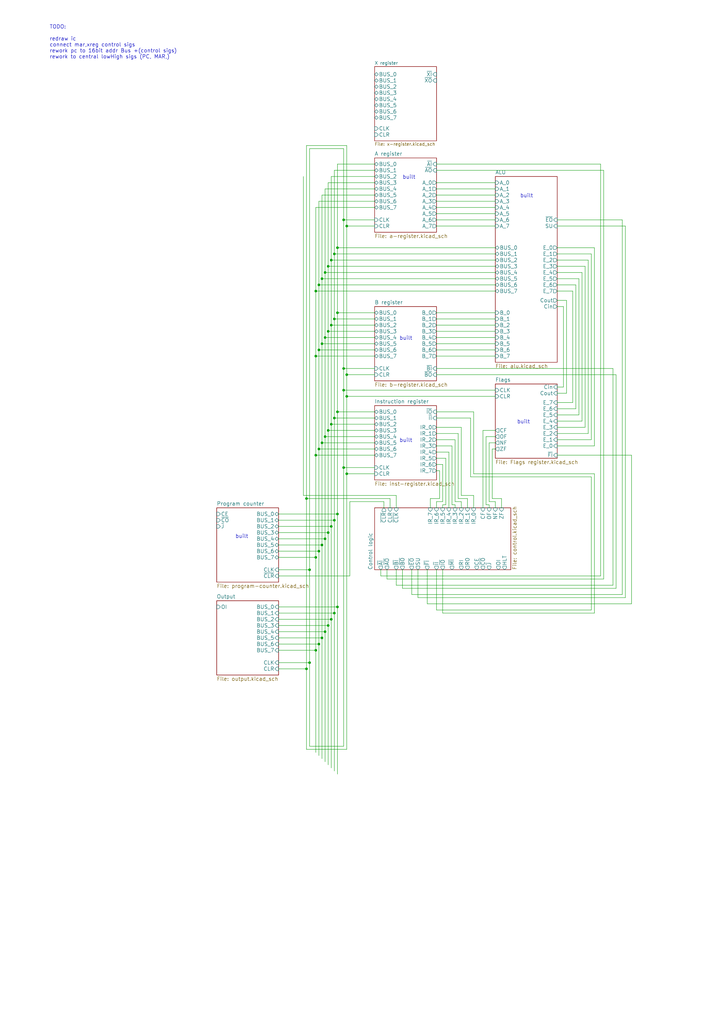
<source format=kicad_sch>
(kicad_sch (version 20211123) (generator eeschema)
  (paper "A3" portrait)
  (lib_symbols
    (symbol "8bit-computer-rescue:CP1-Device" (pin_numbers hide) (pin_names (offset 0.254) hide)
      (property "Reference" "C" (at 0.635 2.54 0))
      (property "Value" "CP1-Device" (at 0.635 -2.54 0))
      (symbol "CP1-Device_0_1"
        (polyline (pts (xy -2.032 0.762) (xy 2.032 0.762)) (stroke (width 0.508)))
        (polyline (pts (xy -1.778 2.286) (xy -0.762 2.286)))
        (polyline (pts (xy -1.27 1.778) (xy -1.27 2.794)))
        (arc (start 2.032 -1.27) (mid 0 -0.5572) (end -2.032 -1.27) (stroke (width 0.508)))
      )
      (symbol "CP1-Device_1_1"
        (pin passive line (at 0 3.81 270) (length 2.794) (name "~") (number "1"))
        (pin passive line (at 0 -3.81 90) (length 3.302) (name "~") (number "2"))
      )
    )
    (symbol "Connector:USB_A" (pin_names (offset 1.016))
      (property "Reference" "J" (at -5.08 11.43 0))
      (property "Value" "USB_A" (at -5.08 8.89 0))
      (symbol "USB_A_0_1"
        (rectangle (start -5.08 -7.62) (end 5.08 7.62) (stroke (width 0.254)) (fill (type background)))
        (circle (center -3.81 2.159) (radius 0.635) (stroke (width 0.254)) (fill (type outline)))
        (rectangle (start -1.524 4.826) (end -4.318 5.334) (fill (type outline)))
        (rectangle (start -1.27 4.572) (end -4.572 5.842))
        (circle (center -0.635 3.429) (radius 0.381) (stroke (width 0.254)) (fill (type outline)))
        (rectangle (start -0.127 -7.62) (end 0.127 -6.858))
        (polyline (pts (xy -3.175 2.159) (xy -2.54 2.159) (xy -1.27 3.429) (xy -0.635 3.429)) (stroke (width 0.254)))
        (polyline (pts (xy -2.54 2.159) (xy -1.905 2.159) (xy -1.27 0.889) (xy 0 0.889)) (stroke (width 0.254)))
        (polyline (pts (xy 0.635 2.794) (xy 0.635 1.524) (xy 1.905 2.159) (xy 0.635 2.794)) (stroke (width 0.254)) (fill (type outline)))
        (rectangle (start 0.254 1.27) (end -0.508 0.508) (stroke (width 0.254)) (fill (type outline)))
        (rectangle (start 5.08 -2.667) (end 4.318 -2.413))
        (rectangle (start 5.08 -0.127) (end 4.318 0.127))
        (rectangle (start 5.08 4.953) (end 4.318 5.207))
      )
      (symbol "USB_A_1_1"
        (polyline (pts (xy -1.905 2.159) (xy 0.635 2.159)) (stroke (width 0.254)))
        (pin power_in line (at 7.62 5.08 180) (length 2.54) (name "VBUS") (number "1"))
        (pin bidirectional line (at 7.62 -2.54 180) (length 2.54) (name "D-") (number "2"))
        (pin bidirectional line (at 7.62 0 180) (length 2.54) (name "D+") (number "3"))
        (pin power_in line (at 0 -10.16 90) (length 2.54) (name "GND") (number "4"))
        (pin passive line (at -2.54 -10.16 90) (length 2.54) (name "Shield") (number "5"))
      )
    )
    (symbol "power:GND" (power) (pin_names (offset 0))
      (property "Value" "GND" (at 0 -3.81 0))
      (symbol "GND_0_1"
        (polyline (pts (xy 0 0) (xy 0 -1.27) (xy 1.27 -1.27) (xy 0 -2.54) (xy -1.27 -1.27) (xy 0 -1.27)))
      )
      (symbol "GND_1_1"
        (pin power_in line (at 0 0 270) (length 0) hide (name "GND") (number "1"))
      )
    )
    (symbol "power:VCC" (power) (pin_names (offset 0))
      (property "Value" "VCC" (at 0 3.81 0))
      (symbol "VCC_0_1"
        (polyline (pts (xy -0.762 1.27) (xy 0 2.54)))
        (polyline (pts (xy 0 0) (xy 0 2.54)))
        (polyline (pts (xy 0 2.54) (xy 0.762 1.27)))
      )
      (symbol "VCC_1_1"
        (pin power_in line (at 0 0 90) (length 0) hide (name "VCC") (number "1"))
      )
    )
  )
  (junction (at 133.35 220.98))
  (junction (at 132.08 223.52))
  (junction (at 138.43 210.82))
  (junction (at 140.97 191.77))
  (junction (at 135.89 133.35))
  (junction (at 125.73 274.32))
  (junction (at 140.97 151.13))
  (junction (at 127 233.68))
  (junction (at 137.16 104.14))
  (junction (at 134.62 256.54))
  (junction (at 137.16 251.46))
  (junction (at 129.54 146.05))
  (junction (at 142.24 162.56))
  (junction (at 133.35 179.07))
  (junction (at 125.73 204.47))
  (junction (at 129.54 186.69))
  (junction (at 41.275 -46.99))
  (junction (at 135.89 106.68))
  (junction (at 130.81 264.16))
  (junction (at 138.43 128.27))
  (junction (at 129.54 228.6))
  (junction (at 142.24 92.71))
  (junction (at 134.62 135.89))
  (junction (at 134.62 218.44))
  (junction (at 135.89 215.9))
  (junction (at 132.08 140.97))
  (junction (at 129.54 266.7))
  (junction (at 130.81 226.06))
  (junction (at 137.16 130.81))
  (junction (at 138.43 101.6))
  (junction (at 133.35 138.43))
  (junction (at 134.62 109.22))
  (junction (at 135.89 173.99))
  (junction (at 137.16 171.45))
  (junction (at 134.62 176.53))
  (junction (at 127 271.78))
  (junction (at 132.08 261.62))
  (junction (at 56.515 -67.31))
  (junction (at 132.08 181.61))
  (junction (at 142.24 194.31))
  (junction (at 133.35 259.08))
  (junction (at 130.81 143.51))
  (junction (at 130.81 184.15))
  (junction (at 140.97 160.02))
  (junction (at 137.16 213.36))
  (junction (at 138.43 168.91))
  (junction (at 129.54 119.38))
  (junction (at 130.81 116.84))
  (junction (at 140.97 90.17))
  (junction (at 138.43 248.92))
  (junction (at 133.35 111.76))
  (junction (at 132.08 114.3))
  (junction (at 142.24 153.67))
  (junction (at 135.89 254))
  (no_connect (at 48.895 -59.69))
  (no_connect (at 48.895 -62.23))
  (wire (pts (xy 133.35 111.76) (xy 133.35 138.43)))
  (wire (pts (xy -60.325 88.9) (xy -42.545 88.9)))
  (wire (pts (xy 125.73 59.69) (xy 125.73 204.47)))
  (wire (pts (xy 179.07 130.81) (xy 203.2 130.81)))
  (wire (pts (xy 199.39 179.07) (xy 203.2 179.07)))
  (wire (pts (xy -60.325 138.43) (xy -36.195 138.43)))
  (wire (pts (xy 228.6 106.68) (xy 241.3 106.68)))
  (wire (pts (xy 143.51 236.22) (xy 114.3 236.22)))
  (wire (pts (xy -60.325 151.13) (xy -42.545 151.13)))
  (wire (pts (xy 132.08 140.97) (xy 153.67 140.97)))
  (wire (pts (xy 179.07 177.8) (xy 187.96 177.8)))
  (wire (pts (xy 157.48 208.28) (xy 157.48 205.74)))
  (wire (pts (xy 140.97 90.17) (xy 153.67 90.17)))
  (wire (pts (xy 114.3 248.92) (xy 138.43 248.92)))
  (wire (pts (xy 179.07 193.04) (xy 180.34 193.04)))
  (wire (pts (xy 140.97 160.02) (xy 203.2 160.02)))
  (wire (pts (xy 228.6 158.75) (xy 231.14 158.75)))
  (wire (pts (xy 56.515 -46.99) (xy 56.515 -49.53)))
  (wire (pts (xy 179.07 90.17) (xy 203.2 90.17)))
  (wire (pts (xy 241.3 106.68) (xy 241.3 177.8)))
  (wire (pts (xy -60.325 78.74) (xy -37.465 78.74)))
  (wire (pts (xy 179.07 146.05) (xy 203.2 146.05)))
  (wire (pts (xy 137.16 130.81) (xy 137.16 171.45)))
  (wire (pts (xy -99.695 81.915) (xy -99.695 133.35)))
  (wire (pts (xy 205.74 208.28) (xy 205.74 204.47)))
  (wire (pts (xy 158.75 237.49) (xy 247.65 237.49)))
  (wire (pts (xy 176.53 208.28) (xy 176.53 204.47)))
  (wire (pts (xy 127 306.07) (xy 140.97 306.07)))
  (wire (pts (xy 138.43 101.6) (xy 138.43 128.27)))
  (wire (pts (xy 114.3 261.62) (xy 132.08 261.62)))
  (wire (pts (xy 162.56 208.28) (xy 162.56 203.2)))
  (wire (pts (xy -114.935 156.21) (xy -114.935 104.775)))
  (wire (pts (xy 228.6 182.88) (xy 243.84 182.88)))
  (wire (pts (xy 138.43 67.31) (xy 138.43 101.6)))
  (wire (pts (xy 162.56 233.68) (xy 162.56 240.03)))
  (wire (pts (xy -85.725 140.97) (xy -104.775 140.97)))
  (wire (pts (xy 129.54 186.69) (xy 153.67 186.69)))
  (wire (pts (xy 185.42 182.88) (xy 185.42 207.01)))
  (wire (pts (xy 181.61 208.28) (xy 181.61 207.01)))
  (wire (pts (xy 153.67 85.09) (xy 129.54 85.09)))
  (wire (pts (xy 179.07 140.97) (xy 203.2 140.97)))
  (wire (pts (xy 129.54 186.69) (xy 129.54 228.6)))
  (wire (pts (xy 132.08 223.52) (xy 132.08 261.62)))
  (wire (pts (xy 242.57 250.19) (xy 242.57 195.58)))
  (wire (pts (xy -97.155 129.54) (xy -85.725 129.54)))
  (wire (pts (xy 114.3 251.46) (xy 137.16 251.46)))
  (wire (pts (xy 171.45 245.11) (xy 171.45 233.68)))
  (wire (pts (xy 228.6 119.38) (xy 234.95 119.38)))
  (wire (pts (xy 140.97 60.96) (xy 127 60.96)))
  (wire (pts (xy 138.43 67.31) (xy 153.67 67.31)))
  (wire (pts (xy 240.03 109.22) (xy 228.6 109.22)))
  (wire (pts (xy 130.81 82.55) (xy 130.81 116.84)))
  (wire (pts (xy 228.6 101.6) (xy 243.84 101.6)))
  (wire (pts (xy 137.16 130.81) (xy 153.67 130.81)))
  (wire (pts (xy 132.08 181.61) (xy 132.08 223.52)))
  (wire (pts (xy 138.43 128.27) (xy 153.67 128.27)))
  (wire (pts (xy 134.62 135.89) (xy 134.62 176.53)))
  (wire (pts (xy 134.62 135.89) (xy 153.67 135.89)))
  (wire (pts (xy 125.73 204.47) (xy 125.73 274.32)))
  (wire (pts (xy 135.89 72.39) (xy 135.89 106.68)))
  (wire (pts (xy 138.43 168.91) (xy 138.43 210.82)))
  (wire (pts (xy -85.725 99.06) (xy -111.125 99.06)))
  (wire (pts (xy 140.97 60.96) (xy 140.97 90.17)))
  (wire (pts (xy 231.14 158.75) (xy 231.14 125.73)))
  (wire (pts (xy 186.69 207.01) (xy 185.42 207.01)))
  (wire (pts (xy 133.35 138.43) (xy 133.35 179.07)))
  (wire (pts (xy -85.725 78.105) (xy -97.155 78.105)))
  (wire (pts (xy 179.07 233.68) (xy 179.07 250.19)))
  (wire (pts (xy 259.08 247.65) (xy 259.08 186.69)))
  (wire (pts (xy 142.24 162.56) (xy 203.2 162.56)))
  (wire (pts (xy -60.325 143.51) (xy -38.735 143.51)))
  (wire (pts (xy 238.76 172.72) (xy 228.6 172.72)))
  (wire (pts (xy 179.07 87.63) (xy 203.2 87.63)))
  (wire (pts (xy 132.08 181.61) (xy 153.67 181.61)))
  (wire (pts (xy 142.24 194.31) (xy 153.67 194.31)))
  (wire (pts (xy 129.54 266.7) (xy 129.54 308.61)))
  (wire (pts (xy 255.27 243.84) (xy 255.27 90.17)))
  (wire (pts (xy 133.35 220.98) (xy 133.35 259.08)))
  (wire (pts (xy 256.54 92.71) (xy 256.54 245.11)))
  (wire (pts (xy -95.885 76.2) (xy -85.725 76.2)))
  (wire (pts (xy 242.57 104.14) (xy 228.6 104.14)))
  (wire (pts (xy 203.2 205.74) (xy 203.2 208.28)))
  (wire (pts (xy 114.3 220.98) (xy 133.35 220.98)))
  (wire (pts (xy 132.08 80.01) (xy 132.08 114.3)))
  (wire (pts (xy 205.74 204.47) (xy 201.93 204.47)))
  (wire (pts (xy 203.2 138.43) (xy 179.07 138.43)))
  (wire (pts (xy 124.46 72.39) (xy 124.46 203.2)))
  (wire (pts (xy 134.62 176.53) (xy 134.62 218.44)))
  (wire (pts (xy 181.61 205.74) (xy 179.07 205.74)))
  (wire (pts (xy 228.6 170.18) (xy 237.49 170.18)))
  (wire (pts (xy 125.73 59.69) (xy 142.24 59.69)))
  (wire (pts (xy 181.61 207.01) (xy 182.88 207.01)))
  (wire (pts (xy 130.81 184.15) (xy 130.81 226.06)))
  (wire (pts (xy 140.97 151.13) (xy 140.97 160.02)))
  (wire (pts (xy -112.395 100.965) (xy -85.725 100.965)))
  (wire (pts (xy 243.84 251.46) (xy 181.61 251.46)))
  (wire (pts (xy -108.585 95.25) (xy -108.585 146.685)))
  (wire (pts (xy -104.775 140.97) (xy -104.775 89.535)))
  (wire (pts (xy -85.725 95.25) (xy -108.585 95.25)))
  (wire (pts (xy 201.93 204.47) (xy 201.93 184.15)))
  (wire (pts (xy 41.275 -52.07) (xy 41.275 -46.99)))
  (wire (pts (xy 129.54 146.05) (xy 129.54 186.69)))
  (wire (pts (xy -102.235 137.16) (xy -85.725 137.16)))
  (wire (pts (xy 193.04 195.58) (xy 242.57 195.58)))
  (wire (pts (xy -97.155 78.105) (xy -97.155 129.54)))
  (wire (pts (xy 140.97 191.77) (xy 140.97 306.07)))
  (wire (pts (xy 137.16 171.45) (xy 137.16 213.36)))
  (wire (pts (xy 114.3 215.9) (xy 135.89 215.9)))
  (wire (pts (xy 129.54 85.09) (xy 129.54 119.38)))
  (wire (pts (xy 179.07 205.74) (xy 179.07 208.28)))
  (wire (pts (xy 133.35 111.76) (xy 203.2 111.76)))
  (wire (pts (xy 179.07 175.26) (xy 189.23 175.26)))
  (wire (pts (xy 203.2 143.51) (xy 179.07 143.51)))
  (wire (pts (xy 140.97 160.02) (xy 140.97 191.77)))
  (wire (pts (xy 246.38 236.22) (xy 246.38 67.31)))
  (wire (pts (xy -60.325 76.2) (xy -36.195 76.2)))
  (wire (pts (xy -60.325 102.87) (xy -48.895 102.87)))
  (wire (pts (xy 241.3 177.8) (xy 228.6 177.8)))
  (wire (pts (xy 133.35 77.47) (xy 133.35 111.76)))
  (wire (pts (xy 246.38 67.31) (xy 179.07 67.31)))
  (wire (pts (xy 135.89 106.68) (xy 203.2 106.68)))
  (wire (pts (xy 181.61 190.5) (xy 181.61 205.74)))
  (wire (pts (xy 193.04 171.45) (xy 193.04 195.58)))
  (wire (pts (xy 181.61 251.46) (xy 181.61 233.68)))
  (wire (pts (xy 142.24 194.31) (xy 142.24 307.34)))
  (wire (pts (xy 160.02 208.28) (xy 160.02 204.47)))
  (wire (pts (xy -100.965 135.255) (xy -100.965 83.82)))
  (wire (pts (xy -111.125 99.06) (xy -111.125 150.495)))
  (wire (pts (xy 132.08 114.3) (xy 203.2 114.3)))
  (wire (pts (xy 228.6 180.34) (xy 242.57 180.34)))
  (wire (pts (xy 41.275 -46.99) (xy 56.515 -46.99)))
  (wire (pts (xy 132.08 261.62) (xy 132.08 311.15)))
  (wire (pts (xy 138.43 128.27) (xy 138.43 168.91)))
  (wire (pts (xy 138.43 168.91) (xy 153.67 168.91)))
  (wire (pts (xy 142.24 92.71) (xy 142.24 153.67)))
  (wire (pts (xy 157.48 205.74) (xy 143.51 205.74)))
  (wire (pts (xy 114.3 264.16) (xy 130.81 264.16)))
  (wire (pts (xy 114.3 254) (xy 135.89 254)))
  (wire (pts (xy -60.325 148.59) (xy -41.275 148.59)))
  (wire (pts (xy 200.66 207.01) (xy 199.39 207.01)))
  (wire (pts (xy 168.91 233.68) (xy 168.91 243.84)))
  (wire (pts (xy 186.69 205.74) (xy 189.23 205.74)))
  (wire (pts (xy 130.81 264.16) (xy 130.81 309.88)))
  (wire (pts (xy 237.49 170.18) (xy 237.49 114.3)))
  (wire (pts (xy 134.62 74.93) (xy 134.62 109.22)))
  (wire (pts (xy 138.43 101.6) (xy 203.2 101.6)))
  (wire (pts (xy 129.54 119.38) (xy 129.54 146.05)))
  (wire (pts (xy 142.24 153.67) (xy 142.24 162.56)))
  (wire (pts (xy 179.07 180.34) (xy 186.69 180.34)))
  (wire (pts (xy 142.24 59.69) (xy 142.24 92.71)))
  (wire (pts (xy 114.3 223.52) (xy 132.08 223.52)))
  (wire (pts (xy 135.89 133.35) (xy 135.89 173.99)))
  (wire (pts (xy 142.24 153.67) (xy 153.67 153.67)))
  (wire (pts (xy 189.23 203.2) (xy 194.31 203.2)))
  (wire (pts (xy 135.89 133.35) (xy 153.67 133.35)))
  (wire (pts (xy 189.23 175.26) (xy 189.23 203.2)))
  (wire (pts (xy 137.16 69.85) (xy 137.16 104.14)))
  (wire (pts (xy 130.81 116.84) (xy 203.2 116.84)))
  (wire (pts (xy 179.07 133.35) (xy 203.2 133.35)))
  (wire (pts (xy 114.3 228.6) (xy 129.54 228.6)))
  (wire (pts (xy 182.88 187.96) (xy 182.88 207.01)))
  (wire (pts (xy 179.07 92.71) (xy 203.2 92.71)))
  (wire (pts (xy 162.56 203.2) (xy 124.46 203.2)))
  (wire (pts (xy 56.515 -67.31) (xy 56.515 -57.15)))
  (wire (pts (xy 179.07 85.09) (xy 203.2 85.09)))
  (wire (pts (xy 130.81 143.51) (xy 153.67 143.51)))
  (wire (pts (xy -85.725 156.21) (xy -114.935 156.21)))
  (wire (pts (xy 228.6 116.84) (xy 236.22 116.84)))
  (wire (pts (xy 134.62 256.54) (xy 134.62 313.69)))
  (wire (pts (xy 130.81 226.06) (xy 114.3 226.06)))
  (wire (pts (xy 130.81 184.15) (xy 153.67 184.15)))
  (wire (pts (xy -102.235 85.725) (xy -85.725 85.725)))
  (wire (pts (xy 127 233.68) (xy 127 271.78)))
  (wire (pts (xy 186.69 208.28) (xy 186.69 207.01)))
  (wire (pts (xy 140.97 151.13) (xy 153.67 151.13)))
  (wire (pts (xy -60.325 93.98) (xy -45.085 93.98)))
  (wire (pts (xy -99.695 133.35) (xy -85.725 133.35)))
  (wire (pts (xy 247.65 237.49) (xy 247.65 69.85)))
  (wire (pts (xy 165.1 241.3) (xy 252.73 241.3)))
  (wire (pts (xy -85.725 131.445) (xy -98.425 131.445)))
  (wire (pts (xy -60.325 100.33) (xy -47.625 100.33)))
  (wire (pts (xy 232.41 123.19) (xy 232.41 161.29)))
  (wire (pts (xy -85.725 91.44) (xy -106.045 91.44)))
  (wire (pts (xy 127 271.78) (xy 127 306.07)))
  (wire (pts (xy 137.16 171.45) (xy 153.67 171.45)))
  (wire (pts (xy 142.24 162.56) (xy 142.24 194.31)))
  (wire (pts (xy 140.97 90.17) (xy 140.97 151.13)))
  (wire (pts (xy -60.325 140.97) (xy -37.465 140.97)))
  (wire (pts (xy 134.62 218.44) (xy 134.62 256.54)))
  (wire (pts (xy 135.89 254) (xy 135.89 314.96)))
  (wire (pts (xy 176.53 204.47) (xy 180.34 204.47)))
  (wire (pts (xy -95.885 127.635) (xy -95.885 76.2)))
  (wire (pts (xy 179.07 128.27) (xy 203.2 128.27)))
  (wire (pts (xy -112.395 152.4) (xy -112.395 100.965)))
  (wire (pts (xy 228.6 161.29) (xy 232.41 161.29)))
  (wire (pts (xy -114.935 104.775) (xy -85.725 104.775)))
  (wire (pts (xy 137.16 213.36) (xy 114.3 213.36)))
  (wire (pts (xy 228.6 175.26) (xy 240.03 175.26)))
  (wire (pts (xy -98.425 131.445) (xy -98.425 80.01)))
  (wire (pts (xy -85.725 152.4) (xy -112.395 152.4)))
  (wire (pts (xy 243.84 194.31) (xy 243.84 251.46)))
  (wire (pts (xy 125.73 307.34) (xy 142.24 307.34)))
  (wire (pts (xy -103.505 139.065) (xy -85.725 139.065)))
  (wire (pts (xy 243.84 194.31) (xy 194.31 194.31)))
  (wire (pts (xy 179.07 171.45) (xy 193.04 171.45)))
  (wire (pts (xy 133.35 138.43) (xy 153.67 138.43)))
  (wire (pts (xy 198.12 208.28) (xy 198.12 176.53)))
  (wire (pts (xy 142.24 92.71) (xy 153.67 92.71)))
  (wire (pts (xy 179.07 187.96) (xy 182.88 187.96)))
  (wire (pts (xy 156.21 236.22) (xy 246.38 236.22)))
  (wire (pts (xy 114.3 266.7) (xy 129.54 266.7)))
  (wire (pts (xy 251.46 151.13) (xy 251.46 240.03)))
  (wire (pts (xy 179.07 153.67) (xy 252.73 153.67)))
  (wire (pts (xy -106.045 142.875) (xy -85.725 142.875)))
  (wire (pts (xy 200.66 208.28) (xy 200.66 207.01)))
  (wire (pts (xy 243.84 101.6) (xy 243.84 182.88)))
  (wire (pts (xy 237.49 114.3) (xy 228.6 114.3)))
  (wire (pts (xy 179.07 135.89) (xy 203.2 135.89)))
  (wire (pts (xy 200.66 205.74) (xy 203.2 205.74)))
  (wire (pts (xy -85.725 102.87) (xy -113.665 102.87)))
  (wire (pts (xy -60.325 153.67) (xy -43.815 153.67)))
  (wire (pts (xy -103.505 87.63) (xy -103.505 139.065)))
  (wire (pts (xy 134.62 109.22) (xy 134.62 135.89)))
  (wire (pts (xy -106.045 91.44) (xy -106.045 142.875)))
  (wire (pts (xy 236.22 167.64) (xy 236.22 116.84)))
  (wire (pts (xy 259.08 186.69) (xy 228.6 186.69)))
  (wire (pts (xy 143.51 205.74) (xy 143.51 236.22)))
  (wire (pts (xy 130.81 143.51) (xy 130.81 184.15)))
  (wire (pts (xy 153.67 80.01) (xy 132.08 80.01)))
  (wire (pts (xy 179.07 151.13) (xy 251.46 151.13)))
  (wire (pts (xy -102.235 137.16) (xy -102.235 85.725)))
  (wire (pts (xy -107.315 93.345) (xy -85.725 93.345)))
  (wire (pts (xy 162.56 240.03) (xy 251.46 240.03)))
  (wire (pts (xy 198.12 176.53) (xy 203.2 176.53)))
  (wire (pts (xy 135.89 173.99) (xy 153.67 173.99)))
  (wire (pts (xy 191.77 204.47) (xy 187.96 204.47)))
  (wire (pts (xy 135.89 106.68) (xy 135.89 133.35)))
  (wire (pts (xy 179.07 82.55) (xy 203.2 82.55)))
  (wire (pts (xy 38.735 -46.99) (xy 38.735 -52.07)))
  (wire (pts (xy 199.39 207.01) (xy 199.39 179.07)))
  (wire (pts (xy -113.665 154.305) (xy -85.725 154.305)))
  (wire (pts (xy 179.07 168.91) (xy 194.31 168.91)))
  (wire (pts (xy 179.07 250.19) (xy 242.57 250.19)))
  (wire (pts (xy 133.35 179.07) (xy 153.67 179.07)))
  (wire (pts (xy 153.67 82.55) (xy 130.81 82.55)))
  (wire (pts (xy 179.07 74.93) (xy 203.2 74.93)))
  (wire (pts (xy 129.54 146.05) (xy 153.67 146.05)))
  (wire (pts (xy 168.91 243.84) (xy 255.27 243.84)))
  (wire (pts (xy 133.35 259.08) (xy 133.35 312.42)))
  (wire (pts (xy 38.735 -46.99) (xy 41.275 -46.99)))
  (wire (pts (xy 127 60.96) (xy 127 233.68)))
  (wire (pts (xy 130.81 226.06) (xy 130.81 264.16)))
  (wire (pts (xy 134.62 109.22) (xy 203.2 109.22)))
  (wire (pts (xy 156.21 233.68) (xy 156.21 236.22)))
  (wire (pts (xy 129.54 119.38) (xy 203.2 119.38)))
  (wire (pts (xy 114.3 271.78) (xy 127 271.78)))
  (wire (pts (xy 240.03 175.26) (xy 240.03 109.22)))
  (wire (pts (xy 114.3 256.54) (xy 134.62 256.54)))
  (wire (pts (xy 114.3 233.68) (xy 127 233.68)))
  (wire (pts (xy 194.31 203.2) (xy 194.31 208.28)))
  (wire (pts (xy -60.325 81.28) (xy -38.735 81.28)))
  (wire (pts (xy 252.73 241.3) (xy 252.73 153.67)))
  (wire (pts (xy 130.81 116.84) (xy 130.81 143.51)))
  (wire (pts (xy 256.54 245.11) (xy 171.45 245.11)))
  (wire (pts (xy 175.26 233.68) (xy 175.26 247.65)))
  (wire (pts (xy 135.89 173.99) (xy 135.89 215.9)))
  (wire (pts (xy 135.89 72.39) (xy 153.67 72.39)))
  (wire (pts (xy -85.725 148.59) (xy -109.855 148.59)))
  (wire (pts (xy 228.6 125.73) (xy 231.14 125.73)))
  (wire (pts (xy 179.07 77.47) (xy 203.2 77.47)))
  (wire (pts (xy 137.16 69.85) (xy 153.67 69.85)))
  (wire (pts (xy 114.3 259.08) (xy 133.35 259.08)))
  (wire (pts (xy -100.965 83.82) (xy -85.725 83.82)))
  (wire (pts (xy 125.73 274.32) (xy 125.73 307.34)))
  (wire (pts (xy -98.425 80.01) (xy -85.725 80.01)))
  (wire (pts (xy 137.16 251.46) (xy 137.16 316.23)))
  (wire (pts (xy 234.95 165.1) (xy 228.6 165.1)))
  (wire (pts (xy 134.62 218.44) (xy 114.3 218.44)))
  (wire (pts (xy 234.95 119.38) (xy 234.95 165.1)))
  (wire (pts (xy 165.1 233.68) (xy 165.1 241.3)))
  (wire (pts (xy 203.2 181.61) (xy 200.66 181.61)))
  (wire (pts (xy 201.93 184.15) (xy 203.2 184.15)))
  (wire (pts (xy 228.6 111.76) (xy 238.76 111.76)))
  (wire (pts (xy 134.62 176.53) (xy 153.67 176.53)))
  (wire (pts (xy 228.6 92.71) (xy 256.54 92.71)))
  (wire (pts (xy 153.67 77.47) (xy 133.35 77.47)))
  (wire (pts (xy -60.325 83.82) (xy -40.005 83.82)))
  (wire (pts (xy -60.325 146.05) (xy -40.005 146.05)))
  (wire (pts (xy 114.3 210.82) (xy 138.43 210.82)))
  (wire (pts (xy 137.16 104.14) (xy 203.2 104.14)))
  (wire (pts (xy -108.585 146.685) (xy -85.725 146.685)))
  (wire (pts (xy 134.62 74.93) (xy 153.67 74.93)))
  (wire (pts (xy -60.325 156.21) (xy -45.085 156.21)))
  (wire (pts (xy 132.08 140.97) (xy 132.08 181.61)))
  (wire (pts (xy 56.515 -69.85) (xy 56.515 -67.31)))
  (wire (pts (xy 186.69 180.34) (xy 186.69 205.74)))
  (wire (pts (xy 179.07 185.42) (xy 184.15 185.42)))
  (wire (pts (xy 133.35 179.07) (xy 133.35 220.98)))
  (wire (pts (xy 187.96 177.8) (xy 187.96 204.47)))
  (wire (pts (xy 191.77 208.28) (xy 191.77 204.47)))
  (wire (pts (xy 132.08 114.3) (xy 132.08 140.97)))
  (wire (pts (xy -85.725 81.915) (xy -99.695 81.915)))
  (wire (pts (xy 200.66 181.61) (xy 200.66 205.74)))
  (wire (pts (xy -109.855 148.59) (xy -109.855 97.155)))
  (wire (pts (xy 138.43 210.82) (xy 138.43 248.92)))
  (wire (pts (xy -113.665 102.87) (xy -113.665 154.305)))
  (wire (pts (xy 56.515 -67.31) (xy 48.895 -67.31)))
  (wire (pts (xy 242.57 180.34) (xy 242.57 104.14)))
  (wire (pts (xy -47.625 161.29) (xy -60.325 161.29)))
  (wire (pts (xy 184.15 185.42) (xy 184.15 208.28)))
  (wire (pts (xy 158.75 233.68) (xy 158.75 237.49)))
  (wire (pts (xy 189.23 205.74) (xy 189.23 208.28)))
  (wire (pts (xy 228.6 90.17) (xy 255.27 90.17)))
  (wire (pts (xy -60.325 86.36) (xy -41.275 86.36)))
  (wire (pts (xy 228.6 167.64) (xy 236.22 167.64)))
  (wire (pts (xy 194.31 168.91) (xy 194.31 194.31)))
  (wire (pts (xy -60.325 91.44) (xy -43.815 91.44)))
  (wire (pts (xy 179.07 182.88) (xy 185.42 182.88)))
  (wire (pts (xy -85.725 135.255) (xy -100.965 135.255)))
  (wire (pts (xy 129.54 228.6) (xy 129.54 266.7)))
  (wire (pts (xy -107.315 144.78) (xy -107.315 93.345)))
  (wire (pts (xy 140.97 191.77) (xy 153.67 191.77)))
  (wire (pts (xy 114.3 274.32) (xy 125.73 274.32)))
  (wire (pts (xy -85.725 87.63) (xy -103.505 87.63)))
  (wire (pts (xy -109.855 97.155) (xy -85.725 97.155)))
  (wire (pts (xy -104.775 89.535) (xy -85.725 89.535)))
  (wire (pts (xy 137.16 213.36) (xy 137.16 251.46)))
  (wire (pts (xy 238.76 111.76) (xy 238.76 172.72)))
  (wire (pts (xy -85.725 144.78) (xy -107.315 144.78)))
  (wire (pts (xy 135.89 215.9) (xy 135.89 254)))
  (wire (pts (xy 179.07 69.85) (xy 247.65 69.85)))
  (wire (pts (xy -85.725 127.635) (xy -95.885 127.635)))
  (wire (pts (xy 179.07 80.01) (xy 203.2 80.01)))
  (wire (pts (xy -111.125 150.495) (xy -85.725 150.495)))
  (wire (pts (xy 180.34 193.04) (xy 180.34 204.47)))
  (wire (pts (xy 41.275 -46.99) (xy 41.275 -44.45)))
  (wire (pts (xy 228.6 123.19) (xy 232.41 123.19)))
  (wire (pts (xy 160.02 204.47) (xy 125.73 204.47)))
  (wire (pts (xy 138.43 248.92) (xy 138.43 317.5)))
  (wire (pts (xy 179.07 190.5) (xy 181.61 190.5)))
  (wire (pts (xy 137.16 104.14) (xy 137.16 130.81)))
  (wire (pts (xy 175.26 247.65) (xy 259.08 247.65)))
  (text "built" (at -75.565 68.58 0) (effects (font (size 1.524 1.524)) (justify left bottom)))
  (text "built" (at 213.36 81.28 0) (effects (font (size 1.524 1.524)) (justify left bottom)))
  (text "built" (at 163.83 181.61 0) (effects (font (size 1.524 1.524)) (justify left bottom)))
  (text "TODO:\n\nredraw ic\nconnect mar,xreg control sigs\nrework pc to 16bit addr Bus +(control sigs)\nrework to central lowHigh sigs (PC, MAR,)\n\n\n" (at 20.32 29.21 0) (effects (font (size 1.524 1.524)) (justify left bottom)))
  (text "built" (at 114.935 -20.32 0) (effects (font (size 1.524 1.524)) (justify left bottom)))
  (text "built" (at 96.52 220.98 0) (effects (font (size 1.524 1.524)) (justify left bottom)))
  (text "BUG" (at 71.755 -53.34 0) (effects (font (size 1.524 1.524)) (justify left bottom)))
  (text "built" (at -68.58 134.62 0) (effects (font (size 1.524 1.524)) (justify left bottom)))
  (text "built" (at 212.09 173.99 0) (effects (font (size 1.524 1.524)) (justify left bottom)))
  (text "built" (at 163.83 139.7 0) (effects (font (size 1.524 1.524)) (justify left bottom)))
  (text "built" (at 165.1 73.66 0) (effects (font (size 1.524 1.524)) (justify left bottom)))
  (text "built" (at 71.755 -59.69 0) (effects (font (size 1.524 1.524)) (justify left bottom)))
  (symbol (lib_id "power:VCC") (at 56.515 -69.85 0) (unit 1)
    (property "Reference" "#PWR02" (effects hide))
    (property "Value" "VCC" (at 56.515 -73.66 0))
  )
  (symbol (lib_id "power:GND") (at 41.275 -44.45 0) (unit 1)
    (property "Reference" "#PWR01" (effects hide))
    (property "Value" "GND" (at 41.275 -40.64 0))
  )
  (symbol (lib_id "8bit-computer-rescue:CP1-Device") (at 56.515 -53.34 0) (unit 1)
    (property "Reference" "C1" (at 57.15 -55.88 0) (effects (justify left)))
    (property "Value" "10µF" (at 57.15 -50.8 0) (effects (justify left)))
    (property "Footprint" "Capacitor_THT:CP_Radial_D5.0mm_P2.00mm" (effects hide))
  )
  (symbol (lib_id "Connector:USB_A") (at 41.275 -62.23 0) (unit 1)
    (property "Reference" "J1" (at 42.7228 -74.0918 0))
    (property "Value" "USB_A" (at 42.7228 -71.7804 0))
    (property "Datasheet" " ~" (effects hide))
  )
  (sheet (at 104.775 -26.035) (size 25.4 10.16)
    (property "Sheet name" "Clock" (at 104.775 -26.8736 0) (effects (font (size 1.524 1.524)) (justify left bottom)))
    (property "Sheet file" "clock.kicad_sch" (at 104.775 -15.1888 0) (effects (font (size 1.524 1.524)) (justify left top)))
    (pin "CLK" output (at 130.175 -23.495 0) (effects (font (size 1.524 1.524))))
    (pin "HLT" input (at 104.775 -20.955 180) (effects (font (size 1.524 1.524))))
    (pin "~{CLK}" output (at 130.175 -18.415 0) (effects (font (size 1.524 1.524))))
  )
  (sheet (at 153.67 64.77) (size 25.4 30.48)
    (property "Sheet name" "A register" (at 153.67 63.9314 0) (effects (font (size 1.524 1.524)) (justify left bottom)))
    (property "Sheet file" "a-register.kicad_sch" (at 153.67 95.9362 0) (effects (font (size 1.524 1.524)) (justify left top)))
    (pin "BUS_0" bidirectional (at 153.67 67.31 180) (effects (font (size 1.524 1.524))))
    (pin "BUS_1" bidirectional (at 153.67 69.85 180) (effects (font (size 1.524 1.524))))
    (pin "BUS_2" bidirectional (at 153.67 72.39 180) (effects (font (size 1.524 1.524))))
    (pin "BUS_3" bidirectional (at 153.67 74.93 180) (effects (font (size 1.524 1.524))))
    (pin "BUS_4" bidirectional (at 153.67 77.47 180) (effects (font (size 1.524 1.524))))
    (pin "BUS_5" bidirectional (at 153.67 80.01 180) (effects (font (size 1.524 1.524))))
    (pin "BUS_6" bidirectional (at 153.67 82.55 180) (effects (font (size 1.524 1.524))))
    (pin "BUS_7" bidirectional (at 153.67 85.09 180) (effects (font (size 1.524 1.524))))
    (pin "CLK" input (at 153.67 90.17 180) (effects (font (size 1.524 1.524))))
    (pin "A_7" output (at 179.07 92.71 0) (effects (font (size 1.524 1.524))))
    (pin "A_6" output (at 179.07 90.17 0) (effects (font (size 1.524 1.524))))
    (pin "A_5" output (at 179.07 87.63 0) (effects (font (size 1.524 1.524))))
    (pin "A_4" output (at 179.07 85.09 0) (effects (font (size 1.524 1.524))))
    (pin "A_3" output (at 179.07 82.55 0) (effects (font (size 1.524 1.524))))
    (pin "A_2" output (at 179.07 80.01 0) (effects (font (size 1.524 1.524))))
    (pin "A_1" output (at 179.07 77.47 0) (effects (font (size 1.524 1.524))))
    (pin "A_0" output (at 179.07 74.93 0) (effects (font (size 1.524 1.524))))
    (pin "CLR" input (at 153.67 92.71 180) (effects (font (size 1.524 1.524))))
    (pin "~{AI}" input (at 179.07 67.31 0) (effects (font (size 1.524 1.524))))
    (pin "~{AO}" input (at 179.07 69.85 0) (effects (font (size 1.524 1.524))))
  )
  (sheet (at 153.67 125.73) (size 25.4 30.48)
    (property "Sheet name" "B register" (at 153.67 124.8914 0) (effects (font (size 1.524 1.524)) (justify left bottom)))
    (property "Sheet file" "b-register.kicad_sch" (at 153.67 156.8962 0) (effects (font (size 1.524 1.524)) (justify left top)))
    (pin "BUS_0" bidirectional (at 153.67 128.27 180) (effects (font (size 1.524 1.524))))
    (pin "BUS_1" bidirectional (at 153.67 130.81 180) (effects (font (size 1.524 1.524))))
    (pin "BUS_2" bidirectional (at 153.67 133.35 180) (effects (font (size 1.524 1.524))))
    (pin "BUS_3" bidirectional (at 153.67 135.89 180) (effects (font (size 1.524 1.524))))
    (pin "BUS_4" bidirectional (at 153.67 138.43 180) (effects (font (size 1.524 1.524))))
    (pin "BUS_5" bidirectional (at 153.67 140.97 180) (effects (font (size 1.524 1.524))))
    (pin "BUS_6" bidirectional (at 153.67 143.51 180) (effects (font (size 1.524 1.524))))
    (pin "BUS_7" bidirectional (at 153.67 146.05 180) (effects (font (size 1.524 1.524))))
    (pin "B_0" output (at 179.07 128.27 0) (effects (font (size 1.524 1.524))))
    (pin "B_1" output (at 179.07 130.81 0) (effects (font (size 1.524 1.524))))
    (pin "B_2" output (at 179.07 133.35 0) (effects (font (size 1.524 1.524))))
    (pin "B_3" output (at 179.07 135.89 0) (effects (font (size 1.524 1.524))))
    (pin "B_4" output (at 179.07 138.43 0) (effects (font (size 1.524 1.524))))
    (pin "B_5" output (at 179.07 140.97 0) (effects (font (size 1.524 1.524))))
    (pin "B_6" output (at 179.07 143.51 0) (effects (font (size 1.524 1.524))))
    (pin "B_7" output (at 179.07 146.05 0) (effects (font (size 1.524 1.524))))
    (pin "CLK" input (at 153.67 151.13 180) (effects (font (size 1.524 1.524))))
    (pin "~{BO}" input (at 179.07 153.67 0) (effects (font (size 1.524 1.524))))
    (pin "~{BI}" input (at 179.07 151.13 0) (effects (font (size 1.524 1.524))))
    (pin "CLR" input (at 153.67 153.67 180) (effects (font (size 1.524 1.524))))
  )
  (sheet (at 153.67 166.37) (size 25.4 30.48)
    (property "Sheet name" "Instruction register" (at 153.67 165.5314 0) (effects (font (size 1.524 1.524)) (justify left bottom)))
    (property "Sheet file" "inst-register.kicad_sch" (at 153.67 197.5362 0) (effects (font (size 1.524 1.524)) (justify left top)))
    (pin "BUS_0" bidirectional (at 153.67 168.91 180) (effects (font (size 1.524 1.524))))
    (pin "BUS_1" bidirectional (at 153.67 171.45 180) (effects (font (size 1.524 1.524))))
    (pin "BUS_2" bidirectional (at 153.67 173.99 180) (effects (font (size 1.524 1.524))))
    (pin "BUS_3" bidirectional (at 153.67 176.53 180) (effects (font (size 1.524 1.524))))
    (pin "BUS_4" bidirectional (at 153.67 179.07 180) (effects (font (size 1.524 1.524))))
    (pin "BUS_5" bidirectional (at 153.67 181.61 180) (effects (font (size 1.524 1.524))))
    (pin "BUS_6" bidirectional (at 153.67 184.15 180) (effects (font (size 1.524 1.524))))
    (pin "BUS_7" bidirectional (at 153.67 186.69 180) (effects (font (size 1.524 1.524))))
    (pin "CLK" input (at 153.67 191.77 180) (effects (font (size 1.524 1.524))))
    (pin "CLR" input (at 153.67 194.31 180) (effects (font (size 1.524 1.524))))
    (pin "~{II}" input (at 179.07 171.45 0) (effects (font (size 1.524 1.524))))
    (pin "~{IO}" input (at 179.07 168.91 0) (effects (font (size 1.524 1.524))))
    (pin "IR_7" output (at 179.07 193.04 0) (effects (font (size 1.524 1.524))))
    (pin "IR_6" output (at 179.07 190.5 0) (effects (font (size 1.524 1.524))))
    (pin "IR_5" output (at 179.07 187.96 0) (effects (font (size 1.524 1.524))))
    (pin "IR_4" output (at 179.07 185.42 0) (effects (font (size 1.524 1.524))))
    (pin "IR_3" output (at 179.07 182.88 0) (effects (font (size 1.524 1.524))))
    (pin "IR_2" output (at 179.07 180.34 0) (effects (font (size 1.524 1.524))))
    (pin "IR_1" output (at 179.07 177.8 0) (effects (font (size 1.524 1.524))))
    (pin "IR_0" output (at 179.07 175.26 0) (effects (font (size 1.524 1.524))))
  )
  (sheet (at 203.2 72.39) (size 25.4 76.2)
    (property "Sheet name" "ALU" (at 203.2 71.5514 0) (effects (font (size 1.524 1.524)) (justify left bottom)))
    (property "Sheet file" "alu.kicad_sch" (at 203.2 149.2762 0) (effects (font (size 1.524 1.524)) (justify left top)))
    (pin "BUS_1" tri_state (at 203.2 104.14 180) (effects (font (size 1.524 1.524))))
    (pin "BUS_0" tri_state (at 203.2 101.6 180) (effects (font (size 1.524 1.524))))
    (pin "BUS_2" tri_state (at 203.2 106.68 180) (effects (font (size 1.524 1.524))))
    (pin "BUS_3" tri_state (at 203.2 109.22 180) (effects (font (size 1.524 1.524))))
    (pin "BUS_4" tri_state (at 203.2 111.76 180) (effects (font (size 1.524 1.524))))
    (pin "BUS_5" tri_state (at 203.2 114.3 180) (effects (font (size 1.524 1.524))))
    (pin "BUS_6" tri_state (at 203.2 116.84 180) (effects (font (size 1.524 1.524))))
    (pin "BUS_7" tri_state (at 203.2 119.38 180) (effects (font (size 1.524 1.524))))
    (pin "A_0" input (at 203.2 74.93 180) (effects (font (size 1.524 1.524))))
    (pin "A_1" input (at 203.2 77.47 180) (effects (font (size 1.524 1.524))))
    (pin "A_2" input (at 203.2 80.01 180) (effects (font (size 1.524 1.524))))
    (pin "A_3" input (at 203.2 82.55 180) (effects (font (size 1.524 1.524))))
    (pin "A_4" input (at 203.2 85.09 180) (effects (font (size 1.524 1.524))))
    (pin "A_5" input (at 203.2 87.63 180) (effects (font (size 1.524 1.524))))
    (pin "A_6" input (at 203.2 90.17 180) (effects (font (size 1.524 1.524))))
    (pin "A_7" input (at 203.2 92.71 180) (effects (font (size 1.524 1.524))))
    (pin "B_0" input (at 203.2 128.27 180) (effects (font (size 1.524 1.524))))
    (pin "B_1" input (at 203.2 130.81 180) (effects (font (size 1.524 1.524))))
    (pin "B_2" input (at 203.2 133.35 180) (effects (font (size 1.524 1.524))))
    (pin "B_3" input (at 203.2 135.89 180) (effects (font (size 1.524 1.524))))
    (pin "B_4" input (at 203.2 138.43 180) (effects (font (size 1.524 1.524))))
    (pin "B_5" input (at 203.2 140.97 180) (effects (font (size 1.524 1.524))))
    (pin "B_6" input (at 203.2 143.51 180) (effects (font (size 1.524 1.524))))
    (pin "B_7" input (at 203.2 146.05 180) (effects (font (size 1.524 1.524))))
    (pin "E_0" output (at 228.6 101.6 0) (effects (font (size 1.524 1.524))))
    (pin "E_1" output (at 228.6 104.14 0) (effects (font (size 1.524 1.524))))
    (pin "E_2" output (at 228.6 106.68 0) (effects (font (size 1.524 1.524))))
    (pin "Cout" output (at 228.6 123.19 0) (effects (font (size 1.524 1.524))))
    (pin "Cin" output (at 228.6 125.73 0) (effects (font (size 1.524 1.524))))
    (pin "E_7" output (at 228.6 119.38 0) (effects (font (size 1.524 1.524))))
    (pin "E_6" output (at 228.6 116.84 0) (effects (font (size 1.524 1.524))))
    (pin "E_5" output (at 228.6 114.3 0) (effects (font (size 1.524 1.524))))
    (pin "E_4" output (at 228.6 111.76 0) (effects (font (size 1.524 1.524))))
    (pin "E_3" output (at 228.6 109.22 0) (effects (font (size 1.524 1.524))))
    (pin "SU" input (at 228.6 92.71 0) (effects (font (size 1.524 1.524))))
    (pin "~{EO}" input (at 228.6 90.17 0) (effects (font (size 1.524 1.524))))
  )
  (sheet (at -85.725 118.11) (size 25.4 59.69)
    (property "Sheet name" "RAM" (at -85.725 117.2714 0) (effects (font (size 1.524 1.524)) (justify left bottom)))
    (property "Sheet file" "ram.kicad_sch" (at -85.725 178.4862 0) (effects (font (size 1.524 1.524)) (justify left top)))
    (pin "BUS_0" bidirectional (at -60.325 138.43 0) (effects (font (size 1.524 1.524))))
    (pin "BUS_1" bidirectional (at -60.325 140.97 0) (effects (font (size 1.524 1.524))))
    (pin "BUS_2" bidirectional (at -60.325 143.51 0) (effects (font (size 1.524 1.524))))
    (pin "BUS_3" bidirectional (at -60.325 146.05 0) (effects (font (size 1.524 1.524))))
    (pin "BUS_4" bidirectional (at -60.325 148.59 0) (effects (font (size 1.524 1.524))))
    (pin "BUS_5" bidirectional (at -60.325 151.13 0) (effects (font (size 1.524 1.524))))
    (pin "BUS_6" bidirectional (at -60.325 153.67 0) (effects (font (size 1.524 1.524))))
    (pin "BUS_7" bidirectional (at -60.325 156.21 0) (effects (font (size 1.524 1.524))))
    (pin "PROG" input (at -85.725 164.465 180) (effects (font (size 1.524 1.524))))
    (pin "CLK" input (at -60.325 161.29 0) (effects (font (size 1.524 1.524))))
    (pin "RI" input (at -85.725 175.26 180) (effects (font (size 1.524 1.524))))
    (pin "RO" input (at -85.725 172.72 180) (effects (font (size 1.524 1.524))))
    (pin "WRITE" input (at -85.725 167.64 180) (effects (font (size 1.524 1.524))))
    (pin "ABUS_04" input (at -85.725 135.255 180) (effects (font (size 1.524 1.524))))
    (pin "ABUS_05" input (at -85.725 137.16 180) (effects (font (size 1.524 1.524))))
    (pin "ABUS_07" input (at -85.725 140.97 180) (effects (font (size 1.524 1.524))))
    (pin "ABUS_08" input (at -85.725 142.875 180) (effects (font (size 1.524 1.524))))
    (pin "ABUS_06" input (at -85.725 139.065 180) (effects (font (size 1.524 1.524))))
    (pin "ABUS_11" input (at -85.725 148.59 180) (effects (font (size 1.524 1.524))))
    (pin "ABUS_13" input (at -85.725 152.4 180) (effects (font (size 1.524 1.524))))
    (pin "ABUS_15" input (at -85.725 156.21 180) (effects (font (size 1.524 1.524))))
    (pin "ABUS_12" input (at -85.725 150.495 180) (effects (font (size 1.524 1.524))))
    (pin "ABUS_10" input (at -85.725 146.685 180) (effects (font (size 1.524 1.524))))
    (pin "ABUS_14" input (at -85.725 154.305 180) (effects (font (size 1.524 1.524))))
    (pin "ABUS_09" input (at -85.725 144.78 180) (effects (font (size 1.524 1.524))))
    (pin "ABUS_02" input (at -85.725 131.445 180) (effects (font (size 1.524 1.524))))
    (pin "ABUS_01" input (at -85.725 129.54 180) (effects (font (size 1.524 1.524))))
    (pin "ABUS_00" input (at -85.725 127.635 180) (effects (font (size 1.524 1.524))))
    (pin "ABUS_03" input (at -85.725 133.35 180) (effects (font (size 1.524 1.524))))
  )
  (sheet (at -85.725 58.42) (size 25.4 53.34)
    (property "Sheet name" "MAR" (at -85.725 57.5814 0) (effects (font (size 1.524 1.524)) (justify left bottom)))
    (property "Sheet file" "mar.kicad_sch" (at -85.725 112.4462 0) (effects (font (size 1.524 1.524)) (justify left top)))
    (pin "BUS_0" input (at -60.325 76.2 0) (effects (font (size 1.524 1.524))))
    (pin "BUS_1" input (at -60.325 78.74 0) (effects (font (size 1.524 1.524))))
    (pin "BUS_2" input (at -60.325 81.28 0) (effects (font (size 1.524 1.524))))
    (pin "BUS_3" input (at -60.325 83.82 0) (effects (font (size 1.524 1.524))))
    (pin "CLK" input (at -60.325 100.33 0) (effects (font (size 1.524 1.524))))
    (pin "CLR" input (at -60.325 102.87 0) (effects (font (size 1.524 1.524))))
    (pin "BUS_4" input (at -60.325 86.36 0) (effects (font (size 1.524 1.524))))
    (pin "BUS_5" input (at -60.325 88.9 0) (effects (font (size 1.524 1.524))))
    (pin "BUS_6" input (at -60.325 91.44 0) (effects (font (size 1.524 1.524))))
    (pin "BUS_7" input (at -60.325 93.98 0) (effects (font (size 1.524 1.524))))
    (pin "~{MIlb}" input (at -85.725 62.865 180) (effects (font (size 1.524 1.524))))
    (pin "~{MIhb}" input (at -85.725 65.405 180) (effects (font (size 1.524 1.524))))
    (pin "MO" input (at -85.725 67.945 180) (effects (font (size 1.524 1.524))))
    (pin "ABUS_04" input (at -85.725 83.82 180) (effects (font (size 1.524 1.524))))
    (pin "ABUS_01" input (at -85.725 78.105 180) (effects (font (size 1.524 1.524))))
    (pin "ABUS_03" input (at -85.725 81.915 180) (effects (font (size 1.524 1.524))))
    (pin "ABUS_02" input (at -85.725 80.01 180) (effects (font (size 1.524 1.524))))
    (pin "ABUS_00" input (at -85.725 76.2 180) (effects (font (size 1.524 1.524))))
    (pin "ABUS_06" input (at -85.725 87.63 180) (effects (font (size 1.524 1.524))))
    (pin "ABUS_05" input (at -85.725 85.725 180) (effects (font (size 1.524 1.524))))
    (pin "ABUS_07" input (at -85.725 89.535 180) (effects (font (size 1.524 1.524))))
    (pin "ABUS_08" input (at -85.725 91.44 180) (effects (font (size 1.524 1.524))))
    (pin "ABUS_09" input (at -85.725 93.345 180) (effects (font (size 1.524 1.524))))
    (pin "ABUS_10" input (at -85.725 95.25 180) (effects (font (size 1.524 1.524))))
    (pin "ABUS_11" input (at -85.725 97.155 180) (effects (font (size 1.524 1.524))))
    (pin "ABUS_12" input (at -85.725 99.06 180) (effects (font (size 1.524 1.524))))
    (pin "ABUS_13" input (at -85.725 100.965 180) (effects (font (size 1.524 1.524))))
    (pin "ABUS_15" input (at -85.725 104.775 180) (effects (font (size 1.524 1.524))))
    (pin "ABUS_14" input (at -85.725 102.87 180) (effects (font (size 1.524 1.524))))
  )
  (sheet (at 88.9 208.28) (size 25.4 30.48)
    (property "Sheet name" "Program counter" (at 88.9 207.4414 0) (effects (font (size 1.524 1.524)) (justify left bottom)))
    (property "Sheet file" "program-counter.kicad_sch" (at 88.9 239.4462 0) (effects (font (size 1.524 1.524)) (justify left top)))
    (pin "CE" input (at 88.9 210.82 180) (effects (font (size 1.524 1.524))))
    (pin "~{CO}" input (at 88.9 213.36 180) (effects (font (size 1.524 1.524))))
    (pin "~{J}" input (at 88.9 215.9 180) (effects (font (size 1.524 1.524))))
    (pin "BUS_0" bidirectional (at 114.3 210.82 0) (effects (font (size 1.524 1.524))))
    (pin "BUS_1" bidirectional (at 114.3 213.36 0) (effects (font (size 1.524 1.524))))
    (pin "BUS_2" bidirectional (at 114.3 215.9 0) (effects (font (size 1.524 1.524))))
    (pin "BUS_3" bidirectional (at 114.3 218.44 0) (effects (font (size 1.524 1.524))))
    (pin "BUS_4" bidirectional (at 114.3 220.98 0) (effects (font (size 1.524 1.524))))
    (pin "BUS_5" bidirectional (at 114.3 223.52 0) (effects (font (size 1.524 1.524))))
    (pin "BUS_6" bidirectional (at 114.3 226.06 0) (effects (font (size 1.524 1.524))))
    (pin "BUS_7" bidirectional (at 114.3 228.6 0) (effects (font (size 1.524 1.524))))
    (pin "CLK" input (at 114.3 233.68 0) (effects (font (size 1.524 1.524))))
    (pin "~{CLR}" input (at 114.3 236.22 0) (effects (font (size 1.524 1.524))))
  )
  (sheet (at 88.9 246.38) (size 25.4 30.48)
    (property "Sheet name" "Output" (at 88.9 245.5414 0) (effects (font (size 1.524 1.524)) (justify left bottom)))
    (property "Sheet file" "output.kicad_sch" (at 88.9 277.5462 0) (effects (font (size 1.524 1.524)) (justify left top)))
    (pin "OI" input (at 88.9 248.92 180) (effects (font (size 1.524 1.524))))
    (pin "CLK" input (at 114.3 271.78 0) (effects (font (size 1.524 1.524))))
    (pin "BUS_0" input (at 114.3 248.92 0) (effects (font (size 1.524 1.524))))
    (pin "BUS_1" input (at 114.3 251.46 0) (effects (font (size 1.524 1.524))))
    (pin "BUS_2" input (at 114.3 254 0) (effects (font (size 1.524 1.524))))
    (pin "BUS_3" input (at 114.3 256.54 0) (effects (font (size 1.524 1.524))))
    (pin "BUS_4" input (at 114.3 259.08 0) (effects (font (size 1.524 1.524))))
    (pin "BUS_5" input (at 114.3 261.62 0) (effects (font (size 1.524 1.524))))
    (pin "BUS_6" input (at 114.3 264.16 0) (effects (font (size 1.524 1.524))))
    (pin "BUS_7" input (at 114.3 266.7 0) (effects (font (size 1.524 1.524))))
    (pin "CLR" input (at 114.3 274.32 0) (effects (font (size 1.524 1.524))))
  )
  (sheet (at 153.67 208.28) (size 55.88 25.4)
    (property "Sheet name" "Control logic" (at 152.8314 233.68 90) (effects (font (size 1.524 1.524)) (justify left bottom)))
    (property "Sheet file" "control.kicad_sch" (at 210.2362 233.68 90) (effects (font (size 1.524 1.524)) (justify left top)))
    (pin "IR_0" input (at 194.31 208.28 90) (effects (font (size 1.524 1.524))))
    (pin "IR_1" input (at 191.77 208.28 90) (effects (font (size 1.524 1.524))))
    (pin "IR_2" input (at 189.23 208.28 90) (effects (font (size 1.524 1.524))))
    (pin "IR_3" input (at 186.69 208.28 90) (effects (font (size 1.524 1.524))))
    (pin "IR_4" input (at 184.15 208.28 90) (effects (font (size 1.524 1.524))))
    (pin "IR_5" input (at 181.61 208.28 90) (effects (font (size 1.524 1.524))))
    (pin "IR_6" input (at 179.07 208.28 90) (effects (font (size 1.524 1.524))))
    (pin "IR_7" input (at 176.53 208.28 90) (effects (font (size 1.524 1.524))))
    (pin "CF" input (at 198.12 208.28 90) (effects (font (size 1.524 1.524))))
    (pin "OF" input (at 200.66 208.28 90) (effects (font (size 1.524 1.524))))
    (pin "NF" input (at 203.2 208.28 90) (effects (font (size 1.524 1.524))))
    (pin "ZF" input (at 205.74 208.28 90) (effects (font (size 1.524 1.524))))
    (pin "~{CLK}" input (at 162.56 208.28 90) (effects (font (size 1.524 1.524))))
    (pin "CLR" input (at 160.02 208.28 90) (effects (font (size 1.524 1.524))))
    (pin "~{CLR}" output (at 157.48 208.28 90) (effects (font (size 1.524 1.524))))
    (pin "~{AI}" output (at 156.21 233.68 270) (effects (font (size 1.524 1.524))))
    (pin "~{AO}" output (at 158.75 233.68 270) (effects (font (size 1.524 1.524))))
    (pin "~{BI}" output (at 162.56 233.68 270) (effects (font (size 1.524 1.524))))
    (pin "~{EO}" output (at 168.91 233.68 270) (effects (font (size 1.524 1.524))))
    (pin "SU" output (at 171.45 233.68 270) (effects (font (size 1.524 1.524))))
    (pin "HLT" output (at 207.01 233.68 270) (effects (font (size 1.524 1.524))))
    (pin "~{II}" output (at 179.07 233.68 270) (effects (font (size 1.524 1.524))))
    (pin "~{IO}" output (at 181.61 233.68 270) (effects (font (size 1.524 1.524))))
    (pin "~{MI}" output (at 185.42 233.68 270) (effects (font (size 1.524 1.524))))
    (pin "RI" output (at 189.23 233.68 270) (effects (font (size 1.524 1.524))))
    (pin "RO" output (at 191.77 233.68 270) (effects (font (size 1.524 1.524))))
    (pin "~{FI}" output (at 175.26 233.68 270) (effects (font (size 1.524 1.524))))
    (pin "CE" output (at 195.58 233.68 270) (effects (font (size 1.524 1.524))))
    (pin "~{CO}" output (at 198.12 233.68 270) (effects (font (size 1.524 1.524))))
    (pin "~{J}" output (at 200.66 233.68 270) (effects (font (size 1.524 1.524))))
    (pin "~{BO}" output (at 165.1 233.68 270) (effects (font (size 1.524 1.524))))
    (pin "OI" output (at 204.47 233.68 270) (effects (font (size 1.524 1.524))))
  )
  (sheet (at 203.2 157.48) (size 25.4 30.48)
    (property "Sheet name" "Flags" (at 203.2 156.6414 0) (effects (font (size 1.524 1.524)) (justify left bottom)))
    (property "Sheet file" "Flags register.kicad_sch" (at 203.2 188.6462 0) (effects (font (size 1.524 1.524)) (justify left top)))
    (pin "CF" output (at 203.2 176.53 180) (effects (font (size 1.524 1.524))))
    (pin "NF" output (at 203.2 181.61 180) (effects (font (size 1.524 1.524))))
    (pin "ZF" output (at 203.2 184.15 180) (effects (font (size 1.524 1.524))))
    (pin "CLK" input (at 203.2 160.02 180) (effects (font (size 1.524 1.524))))
    (pin "CLR" input (at 203.2 162.56 180) (effects (font (size 1.524 1.524))))
    (pin "~{FI}" input (at 228.6 186.69 0) (effects (font (size 1.524 1.524))))
    (pin "Cout" input (at 228.6 161.29 0) (effects (font (size 1.524 1.524))))
    (pin "Cin" input (at 228.6 158.75 0) (effects (font (size 1.524 1.524))))
    (pin "E_0" input (at 228.6 182.88 0) (effects (font (size 1.524 1.524))))
    (pin "E_1" input (at 228.6 180.34 0) (effects (font (size 1.524 1.524))))
    (pin "E_2" input (at 228.6 177.8 0) (effects (font (size 1.524 1.524))))
    (pin "E_3" input (at 228.6 175.26 0) (effects (font (size 1.524 1.524))))
    (pin "E_4" input (at 228.6 172.72 0) (effects (font (size 1.524 1.524))))
    (pin "E_5" input (at 228.6 170.18 0) (effects (font (size 1.524 1.524))))
    (pin "E_6" input (at 228.6 167.64 0) (effects (font (size 1.524 1.524))))
    (pin "E_7" input (at 228.6 165.1 0) (effects (font (size 1.524 1.524))))
    (pin "OF" output (at 203.2 179.07 180) (effects (font (size 1.524 1.524))))
  )
  (sheet (at -85.725 -53.34) (size 25.4 105.41)
    (property "Sheet name" "IC" (at -85.725 -54.1786 0) (effects (font (size 1.524 1.524)) (justify left bottom)))
    (property "Sheet file" "Input control.kicad_sch" (at -85.725 52.7562 0) (effects (font (size 1.524 1.524)) (justify left top)))
    (pin "DI_0" output (at -60.325 29.21 0) (effects (font (size 1.524 1.524))))
    (pin "DI_1" output (at -60.325 31.75 0) (effects (font (size 1.524 1.524))))
    (pin "DI_2" output (at -60.325 34.29 0) (effects (font (size 1.524 1.524))))
    (pin "DI_3" output (at -60.325 36.83 0) (effects (font (size 1.524 1.524))))
    (pin "DI_4" output (at -60.325 39.37 0) (effects (font (size 1.524 1.524))))
    (pin "DI_5" output (at -60.325 41.91 0) (effects (font (size 1.524 1.524))))
    (pin "DI_6" output (at -60.325 44.45 0) (effects (font (size 1.524 1.524))))
    (pin "DI_7" output (at -60.325 46.99 0) (effects (font (size 1.524 1.524))))
    (pin "AI_0" output (at -60.325 -50.8 0) (effects (font (size 1.524 1.524))))
    (pin "AI_1" output (at -60.325 -48.26 0) (effects (font (size 1.524 1.524))))
    (pin "AI_2" output (at -60.325 -45.72 0) (effects (font (size 1.524 1.524))))
    (pin "AI_3" output (at -60.325 -43.18 0) (effects (font (size 1.524 1.524))))
    (pin "AI_4" output (at -60.325 -40.64 0) (effects (font (size 1.524 1.524))))
    (pin "AI_5" output (at -60.325 -38.1 0) (effects (font (size 1.524 1.524))))
    (pin "AI_6" output (at -60.325 -35.56 0) (effects (font (size 1.524 1.524))))
    (pin "AI_7" output (at -60.325 -33.02 0) (effects (font (size 1.524 1.524))))
    (pin "PROG" output (at -60.325 25.4 0) (effects (font (size 1.524 1.524))))
    (pin "WRITE" output (at -60.325 50.8 0) (effects (font (size 1.524 1.524))))
    (pin "CLR" output (at -60.325 -2.54 0) (effects (font (size 1.524 1.524))))
  )
  (sheet (at 153.67 27.305) (size 25.4 30.48) (stroke (width 0.1524))
    (property "Sheet name" "X register" (at 153.67 26.5934 0) (effects (justify left bottom)))
    (property "Sheet file" "x-register.kicad_sch" (at 153.67 58.3696 0) (effects (justify left top)))
    (pin "BUS_7" bidirectional (at 153.67 48.26 180) (effects (font (size 1.524 1.524))))
    (pin "BUS_6" bidirectional (at 153.67 45.72 180) (effects (font (size 1.524 1.524))))
    (pin "CLK" input (at 153.67 52.705 180) (effects (font (size 1.524 1.524))))
    (pin "BUS_5" bidirectional (at 153.67 43.18 180) (effects (font (size 1.524 1.524))))
    (pin "BUS_4" bidirectional (at 153.67 40.64 180) (effects (font (size 1.524 1.524))))
    (pin "BUS_3" bidirectional (at 153.67 38.1 180) (effects (font (size 1.524 1.524))))
    (pin "BUS_2" bidirectional (at 153.67 35.56 180) (effects (font (size 1.524 1.524))))
    (pin "BUS_0" bidirectional (at 153.67 30.48 180) (effects (font (size 1.524 1.524))))
    (pin "BUS_1" bidirectional (at 153.67 33.02 180) (effects (font (size 1.524 1.524))))
    (pin "~{XO}" input (at 179.07 33.02 0) (effects (font (size 1.524 1.524))))
    (pin "CLR" input (at 153.67 55.245 180) (effects (font (size 1.524 1.524))))
    (pin "~{XI}" input (at 179.07 30.48 0) (effects (font (size 1.524 1.524))))
  )
)
</source>
